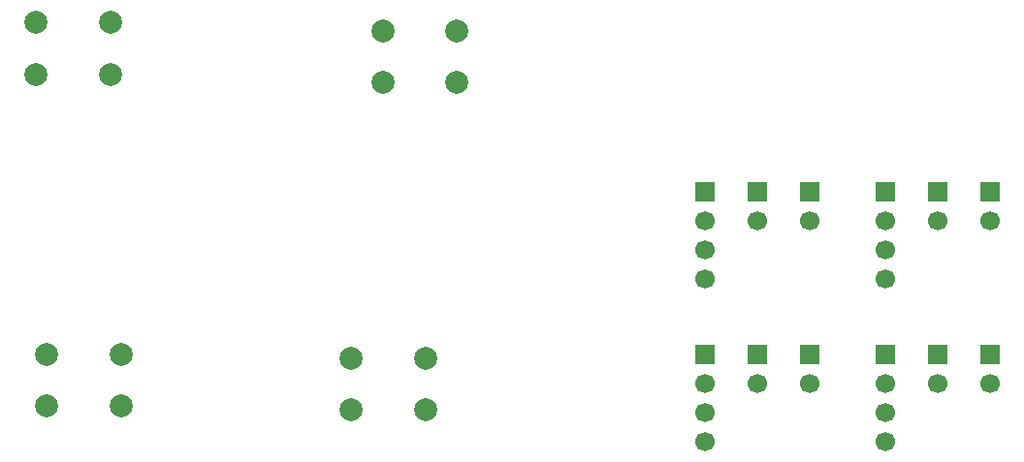
<source format=gbs>
%TF.GenerationSoftware,KiCad,Pcbnew,9.0.1*%
%TF.CreationDate,2025-04-24T13:25:23+07:00*%
%TF.ProjectId,push-button-controller,70757368-2d62-4757-9474-6f6e2d636f6e,rev?*%
%TF.SameCoordinates,Original*%
%TF.FileFunction,Soldermask,Bot*%
%TF.FilePolarity,Negative*%
%FSLAX45Y45*%
G04 Gerber Fmt 4.5, Leading zero omitted, Abs format (unit mm)*
G04 Created by KiCad (PCBNEW 9.0.1) date 2025-04-24 13:25:23*
%MOMM*%
%LPD*%
G01*
G04 APERTURE LIST*
%ADD10R,1.700000X1.700000*%
%ADD11C,1.700000*%
%ADD12C,2.000000*%
G04 APERTURE END LIST*
D10*
%TO.C,J12*%
X19030400Y-8347840D03*
D11*
X19030400Y-8601840D03*
%TD*%
D10*
%TO.C,J11*%
X18112400Y-8347840D03*
D11*
X18112400Y-8601840D03*
X18112400Y-8855840D03*
X18112400Y-9109840D03*
%TD*%
D10*
%TO.C,J10*%
X18571400Y-8347840D03*
D11*
X18571400Y-8601840D03*
%TD*%
D10*
%TO.C,J9*%
X17453400Y-8347840D03*
D11*
X17453400Y-8601840D03*
%TD*%
D10*
%TO.C,J8*%
X16994400Y-8347840D03*
D11*
X16994400Y-8601840D03*
%TD*%
D10*
%TO.C,J7*%
X16535400Y-8347840D03*
D11*
X16535400Y-8601840D03*
X16535400Y-8855840D03*
X16535400Y-9109840D03*
%TD*%
D10*
%TO.C,J6*%
X19030400Y-9768840D03*
D11*
X19030400Y-10022840D03*
%TD*%
D10*
%TO.C,J5*%
X18571400Y-9768840D03*
D11*
X18571400Y-10022840D03*
%TD*%
D10*
%TO.C,J4*%
X18112400Y-9768840D03*
D11*
X18112400Y-10022840D03*
X18112400Y-10276840D03*
X18112400Y-10530840D03*
%TD*%
D10*
%TO.C,J3*%
X17453400Y-9768840D03*
D11*
X17453400Y-10022840D03*
%TD*%
D10*
%TO.C,J2*%
X16994400Y-9768840D03*
D11*
X16994400Y-10022840D03*
%TD*%
D10*
%TO.C,J1*%
X16535400Y-9768840D03*
D11*
X16535400Y-10022840D03*
X16535400Y-10276840D03*
X16535400Y-10530840D03*
%TD*%
D12*
%TO.C,SW1*%
X13445720Y-9803180D03*
X14095720Y-9803180D03*
X13445720Y-10253180D03*
X14095720Y-10253180D03*
%TD*%
%TO.C,SW4*%
X10695240Y-6872000D03*
X11345240Y-6872000D03*
X10695240Y-7322000D03*
X11345240Y-7322000D03*
%TD*%
%TO.C,SW3*%
X13723980Y-6944640D03*
X14373980Y-6944640D03*
X13723980Y-7394640D03*
X14373980Y-7394640D03*
%TD*%
%TO.C,SW2*%
X10789120Y-9772620D03*
X11439120Y-9772620D03*
X10789120Y-10222620D03*
X11439120Y-10222620D03*
%TD*%
M02*

</source>
